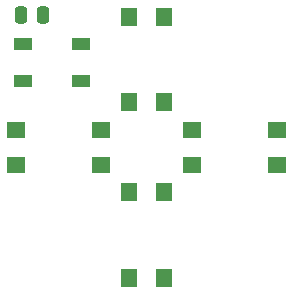
<source format=gbr>
%TF.GenerationSoftware,KiCad,Pcbnew,(6.0.6)*%
%TF.CreationDate,2022-07-20T13:38:39+10:00*%
%TF.ProjectId,SolderingInduction,536f6c64-6572-4696-9e67-496e64756374,3.5.0*%
%TF.SameCoordinates,Original*%
%TF.FileFunction,Paste,Top*%
%TF.FilePolarity,Positive*%
%FSLAX46Y46*%
G04 Gerber Fmt 4.6, Leading zero omitted, Abs format (unit mm)*
G04 Created by KiCad (PCBNEW (6.0.6)) date 2022-07-20 13:38:39*
%MOMM*%
%LPD*%
G01*
G04 APERTURE LIST*
G04 Aperture macros list*
%AMRoundRect*
0 Rectangle with rounded corners*
0 $1 Rounding radius*
0 $2 $3 $4 $5 $6 $7 $8 $9 X,Y pos of 4 corners*
0 Add a 4 corners polygon primitive as box body*
4,1,4,$2,$3,$4,$5,$6,$7,$8,$9,$2,$3,0*
0 Add four circle primitives for the rounded corners*
1,1,$1+$1,$2,$3*
1,1,$1+$1,$4,$5*
1,1,$1+$1,$6,$7*
1,1,$1+$1,$8,$9*
0 Add four rect primitives between the rounded corners*
20,1,$1+$1,$2,$3,$4,$5,0*
20,1,$1+$1,$4,$5,$6,$7,0*
20,1,$1+$1,$6,$7,$8,$9,0*
20,1,$1+$1,$8,$9,$2,$3,0*%
G04 Aperture macros list end*
%ADD10R,1.600000X1.400000*%
%ADD11RoundRect,0.250000X-0.250000X-0.475000X0.250000X-0.475000X0.250000X0.475000X-0.250000X0.475000X0*%
%ADD12R,1.400000X1.600000*%
%ADD13R,1.500000X1.000000*%
G04 APERTURE END LIST*
D10*
%TO.C,SW1*%
X2225000Y-24550000D03*
X9425000Y-24550000D03*
X9425000Y-27550000D03*
X2225000Y-27550000D03*
%TD*%
D11*
%TO.C,C1*%
X2575000Y-14850000D03*
X4475000Y-14850000D03*
%TD*%
D12*
%TO.C,SW2*%
X11725000Y-15000000D03*
X11725000Y-22200000D03*
X14725000Y-15000000D03*
X14725000Y-22200000D03*
%TD*%
D13*
%TO.C,LED1*%
X2775000Y-17250000D03*
X2775000Y-20450000D03*
X7675000Y-20450000D03*
X7675000Y-17250000D03*
%TD*%
D12*
%TO.C,SW3*%
X11725000Y-37050000D03*
X11725000Y-29850000D03*
X14725000Y-37050000D03*
X14725000Y-29850000D03*
%TD*%
D10*
%TO.C,SW4*%
X17075000Y-24550000D03*
X24275000Y-24550000D03*
X17075000Y-27550000D03*
X24275000Y-27550000D03*
%TD*%
M02*

</source>
